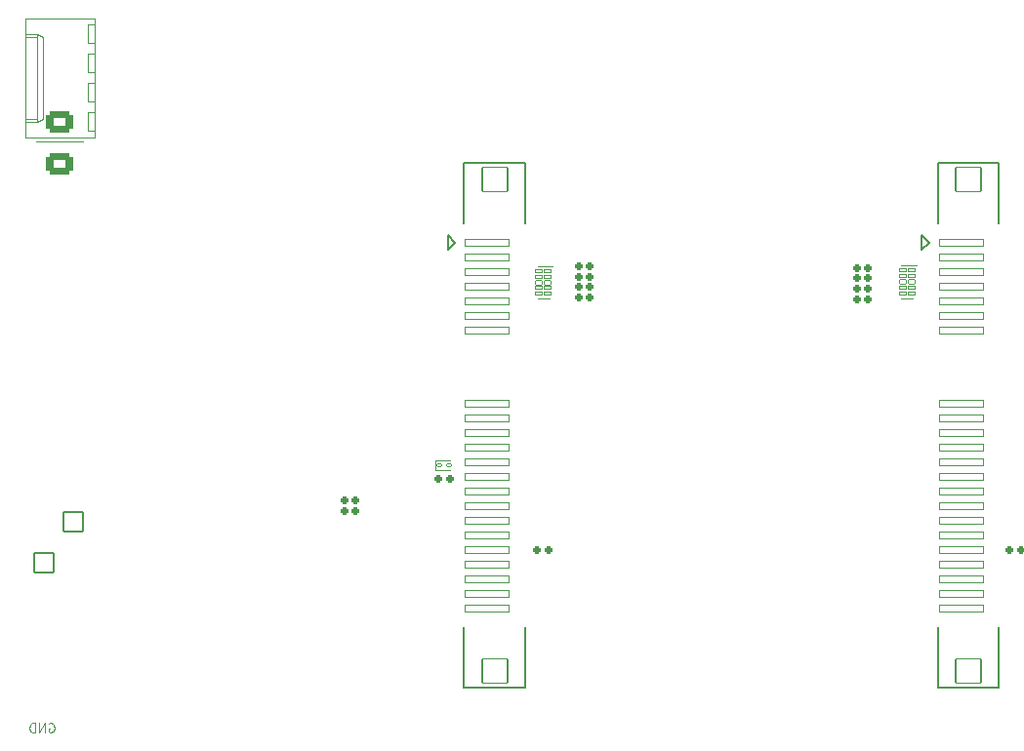
<source format=gbo>
%TF.GenerationSoftware,KiCad,Pcbnew,(5.99.0-12650-g5c402a64ab)*%
%TF.CreationDate,2021-10-24T00:02:36+01:00*%
%TF.ProjectId,Pintry-X2,50696e74-7279-42d5-9832-2e6b69636164,rev?*%
%TF.SameCoordinates,Original*%
%TF.FileFunction,Legend,Bot*%
%TF.FilePolarity,Positive*%
%FSLAX46Y46*%
G04 Gerber Fmt 4.6, Leading zero omitted, Abs format (unit mm)*
G04 Created by KiCad (PCBNEW (5.99.0-12650-g5c402a64ab)) date 2021-10-24 00:02:36*
%MOMM*%
%LPD*%
G01*
G04 APERTURE LIST*
G04 Aperture macros list*
%AMRoundRect*
0 Rectangle with rounded corners*
0 $1 Rounding radius*
0 $2 $3 $4 $5 $6 $7 $8 $9 X,Y pos of 4 corners*
0 Add a 4 corners polygon primitive as box body*
4,1,4,$2,$3,$4,$5,$6,$7,$8,$9,$2,$3,0*
0 Add four circle primitives for the rounded corners*
1,1,$1+$1,$2,$3*
1,1,$1+$1,$4,$5*
1,1,$1+$1,$6,$7*
1,1,$1+$1,$8,$9*
0 Add four rect primitives between the rounded corners*
20,1,$1+$1,$2,$3,$4,$5,0*
20,1,$1+$1,$4,$5,$6,$7,0*
20,1,$1+$1,$6,$7,$8,$9,0*
20,1,$1+$1,$8,$9,$2,$3,0*%
G04 Aperture macros list end*
%ADD10C,0.120000*%
%ADD11C,0.150000*%
%ADD12RoundRect,0.300000X-1.125000X-1.125000X1.125000X-1.125000X1.125000X1.125000X-1.125000X1.125000X0*%
%ADD13C,2.850000*%
%ADD14C,7.000000*%
%ADD15O,1.450000X1.800000*%
%ADD16O,1.200000X1.600000*%
%ADD17C,2.200000*%
%ADD18C,1.850000*%
%ADD19RoundRect,0.050000X0.850000X0.850000X-0.850000X0.850000X-0.850000X-0.850000X0.850000X-0.850000X0*%
%ADD20O,1.800000X1.800000*%
%ADD21C,6.100000*%
%ADD22C,3.350000*%
%ADD23RoundRect,0.050000X-0.800000X-0.800000X0.800000X-0.800000X0.800000X0.800000X-0.800000X0.800000X0*%
%ADD24C,1.700000*%
%ADD25C,2.100000*%
%ADD26C,2.800000*%
%ADD27O,4.600000X2.100000*%
%ADD28O,4.100000X2.100000*%
%ADD29O,1.900000X3.600000*%
%ADD30RoundRect,0.300000X-0.845000X0.620000X-0.845000X-0.620000X0.845000X-0.620000X0.845000X0.620000X0*%
%ADD31O,2.290000X1.840000*%
%ADD32RoundRect,0.050000X-0.850000X-0.850000X0.850000X-0.850000X0.850000X0.850000X-0.850000X0.850000X0*%
%ADD33RoundRect,0.050000X0.800000X-0.800000X0.800000X0.800000X-0.800000X0.800000X-0.800000X-0.800000X0*%
%ADD34C,2.250000*%
%ADD35RoundRect,0.050000X-1.100000X1.050000X-1.100000X-1.050000X1.100000X-1.050000X1.100000X1.050000X0*%
%ADD36RoundRect,0.050000X-1.900000X0.300000X-1.900000X-0.300000X1.900000X-0.300000X1.900000X0.300000X0*%
%ADD37C,2.000000*%
%ADD38RoundRect,0.190000X0.140000X0.170000X-0.140000X0.170000X-0.140000X-0.170000X0.140000X-0.170000X0*%
%ADD39RoundRect,0.190000X-0.140000X-0.170000X0.140000X-0.170000X0.140000X0.170000X-0.140000X0.170000X0*%
%ADD40RoundRect,0.050000X-0.275000X0.150000X-0.275000X-0.150000X0.275000X-0.150000X0.275000X0.150000X0*%
%ADD41RoundRect,0.050000X-0.275000X0.200000X-0.275000X-0.200000X0.275000X-0.200000X0.275000X0.200000X0*%
%ADD42RoundRect,0.050000X0.180000X0.125000X-0.180000X0.125000X-0.180000X-0.125000X0.180000X-0.125000X0*%
%ADD43C,1.100000*%
%ADD44RoundRect,0.300000X0.845000X-0.620000X0.845000X0.620000X-0.845000X0.620000X-0.845000X-0.620000X0*%
%ADD45RoundRect,0.185000X-0.135000X-0.185000X0.135000X-0.185000X0.135000X0.185000X-0.135000X0.185000X0*%
G04 APERTURE END LIST*
D10*
%TO.C,TP15*%
X74709523Y-185900000D02*
X74785714Y-185861904D01*
X74900000Y-185861904D01*
X75014285Y-185900000D01*
X75090476Y-185976190D01*
X75128571Y-186052380D01*
X75166666Y-186204761D01*
X75166666Y-186319047D01*
X75128571Y-186471428D01*
X75090476Y-186547619D01*
X75014285Y-186623809D01*
X74900000Y-186661904D01*
X74823809Y-186661904D01*
X74709523Y-186623809D01*
X74671428Y-186585714D01*
X74671428Y-186319047D01*
X74823809Y-186319047D01*
X74328571Y-186661904D02*
X74328571Y-185861904D01*
X73871428Y-186661904D01*
X73871428Y-185861904D01*
X73490476Y-186661904D02*
X73490476Y-185861904D01*
X73300000Y-185861904D01*
X73185714Y-185900000D01*
X73109523Y-185976190D01*
X73071428Y-186052380D01*
X73033333Y-186204761D01*
X73033333Y-186319047D01*
X73071428Y-186471428D01*
X73109523Y-186547619D01*
X73185714Y-186623809D01*
X73300000Y-186661904D01*
X73490476Y-186661904D01*
D11*
%TO.C,J10*%
X151800000Y-142500000D02*
X151800000Y-137250000D01*
X150425000Y-143490000D02*
X151060000Y-144125000D01*
X151060000Y-144125000D02*
X150425000Y-144760000D01*
X157100000Y-182750000D02*
X151800000Y-182750000D01*
X157100000Y-137250000D02*
X157100000Y-142500000D01*
X150425000Y-144760000D02*
X150425000Y-143490000D01*
X151800000Y-137250000D02*
X157100000Y-137250000D01*
X157100000Y-177500000D02*
X157100000Y-182750000D01*
X151800000Y-182750000D02*
X151800000Y-177500000D01*
%TO.C,J9*%
X110700000Y-137250000D02*
X116000000Y-137250000D01*
X116000000Y-137250000D02*
X116000000Y-142500000D01*
X109325000Y-144760000D02*
X109325000Y-143490000D01*
X110700000Y-182750000D02*
X110700000Y-177500000D01*
X116000000Y-182750000D02*
X110700000Y-182750000D01*
X109960000Y-144125000D02*
X109325000Y-144760000D01*
X109325000Y-143490000D02*
X109960000Y-144125000D01*
X116000000Y-177500000D02*
X116000000Y-182750000D01*
X110700000Y-142500000D02*
X110700000Y-137250000D01*
D10*
%TO.C,U11*%
X117100000Y-146200000D02*
X118400000Y-146200000D01*
X117100000Y-149000000D02*
X118100000Y-149000000D01*
%TO.C,U12*%
X148650000Y-146150000D02*
X149950000Y-146150000D01*
X148650000Y-148950000D02*
X149650000Y-148950000D01*
%TO.C,D20*%
X109500000Y-163050000D02*
X108200000Y-163050000D01*
X109500000Y-163850000D02*
X108200000Y-163850000D01*
X108200000Y-163850000D02*
X108200000Y-163050000D01*
%TO.C,J7*%
X78060000Y-130320000D02*
X78660000Y-130320000D01*
X78660000Y-131920000D02*
X78060000Y-131920000D01*
X78060000Y-126840000D02*
X78060000Y-125240000D01*
X78060000Y-134460000D02*
X78060000Y-132860000D01*
X78660000Y-135040000D02*
X72640000Y-135040000D01*
X72640000Y-133410000D02*
X73640000Y-133410000D01*
X73640000Y-133660000D02*
X74170000Y-133410000D01*
X78060000Y-131920000D02*
X78060000Y-130320000D01*
X72640000Y-135040000D02*
X72640000Y-124660000D01*
X78060000Y-129380000D02*
X78060000Y-127780000D01*
X78060000Y-132860000D02*
X78660000Y-132860000D01*
X72640000Y-126290000D02*
X73640000Y-126290000D01*
X78660000Y-126840000D02*
X78060000Y-126840000D01*
X74170000Y-126290000D02*
X73640000Y-126040000D01*
X78060000Y-125240000D02*
X78660000Y-125240000D01*
X78660000Y-134460000D02*
X78060000Y-134460000D01*
X78660000Y-129380000D02*
X78060000Y-129380000D01*
X72640000Y-124660000D02*
X78660000Y-124660000D01*
X78060000Y-127780000D02*
X78660000Y-127780000D01*
X77630000Y-135330000D02*
X73630000Y-135330000D01*
X72640000Y-133660000D02*
X73640000Y-133660000D01*
X73640000Y-126040000D02*
X72640000Y-126040000D01*
X73640000Y-133660000D02*
X73640000Y-126040000D01*
X74170000Y-133410000D02*
X74170000Y-126290000D01*
X78660000Y-124660000D02*
X78660000Y-135040000D01*
%TD*%
%LPC*%
D12*
%TO.C,J12*%
X152050000Y-197250000D03*
D13*
X157450000Y-197250000D03*
%TD*%
D14*
%TO.C,H3*%
X166500000Y-113500000D03*
%TD*%
D15*
%TO.C,J1*%
X117085000Y-208315000D03*
X122545000Y-208315000D03*
D16*
X122235000Y-205315000D03*
X117395000Y-205315000D03*
%TD*%
D17*
%TO.C,SW1*%
X137825000Y-204577500D03*
X144835000Y-204577500D03*
D18*
X143585000Y-207067500D03*
X139085000Y-207067500D03*
%TD*%
D14*
%TO.C,H4*%
X73500000Y-113500000D03*
%TD*%
%TO.C,H2*%
X73500000Y-206500000D03*
%TD*%
%TO.C,H1*%
X166500000Y-206500000D03*
%TD*%
D19*
%TO.C,J6*%
X76775000Y-168375000D03*
D20*
X74235000Y-168375000D03*
X76775000Y-165835000D03*
X74235000Y-165835000D03*
X76775000Y-163295000D03*
X74235000Y-163295000D03*
X76775000Y-160755000D03*
X74235000Y-160755000D03*
X76775000Y-158215000D03*
X74235000Y-158215000D03*
%TD*%
D21*
%TO.C,Module1*%
X130700000Y-133600000D03*
X97700000Y-181600000D03*
X97700000Y-133600000D03*
X130700000Y-181600000D03*
%TD*%
D22*
%TO.C,J3*%
X92815000Y-198925000D03*
X81385000Y-198925000D03*
D23*
X81385000Y-190035000D03*
D24*
X82655000Y-192575000D03*
X83925000Y-190035000D03*
X85195000Y-192575000D03*
X86465000Y-190035000D03*
X87735000Y-192575000D03*
X89005000Y-190035000D03*
X90275000Y-192575000D03*
X91545000Y-190035000D03*
X92815000Y-192575000D03*
D25*
X80455000Y-202985000D03*
X83005000Y-202985000D03*
X91205000Y-202985000D03*
X93755000Y-202985000D03*
D26*
X94955000Y-195875000D03*
X79245000Y-195875000D03*
%TD*%
D27*
%TO.C,J11*%
X154700000Y-200550000D03*
D28*
X154700000Y-206450000D03*
D29*
X159400000Y-203350000D03*
%TD*%
D30*
%TO.C,J8*%
X75650000Y-137300000D03*
D31*
X75650000Y-139840000D03*
X75650000Y-142380000D03*
X75650000Y-144920000D03*
%TD*%
D32*
%TO.C,J5*%
X74250000Y-171960000D03*
D20*
X74250000Y-174500000D03*
X74250000Y-177040000D03*
%TD*%
D33*
%TO.C,J2*%
X129790000Y-198930000D03*
D24*
X129790000Y-196930000D03*
X129790000Y-194930000D03*
X129790000Y-192930000D03*
D34*
X132510000Y-192660000D03*
X127070000Y-192660000D03*
X127070000Y-199660000D03*
X132510000Y-199660000D03*
%TD*%
D25*
%TO.C,J10*%
X154750000Y-178400000D03*
X154750000Y-141600000D03*
D35*
X154450000Y-138650000D03*
X154450000Y-181350000D03*
D36*
X153850000Y-158095000D03*
X153850000Y-159365000D03*
X153850000Y-160635000D03*
X153850000Y-161905000D03*
X153850000Y-163175000D03*
X153850000Y-164445000D03*
X153850000Y-165715000D03*
X153850000Y-166985000D03*
X153850000Y-168255000D03*
X153850000Y-169525000D03*
X153850000Y-170795000D03*
X153850000Y-172065000D03*
X153850000Y-173335000D03*
X153850000Y-174605000D03*
X153850000Y-175875000D03*
X153850000Y-144125000D03*
X153850000Y-145395000D03*
X153850000Y-146665000D03*
X153850000Y-147935000D03*
X153850000Y-149205000D03*
X153850000Y-150475000D03*
X153850000Y-151745000D03*
%TD*%
D37*
%TO.C,FID6*%
X73500000Y-120000000D03*
%TD*%
D38*
%TO.C,C48*%
X121600000Y-148900000D03*
X120640000Y-148900000D03*
%TD*%
%TO.C,C47*%
X121600000Y-148000000D03*
X120640000Y-148000000D03*
%TD*%
D39*
%TO.C,C53*%
X144770000Y-148150000D03*
X145730000Y-148150000D03*
%TD*%
%TO.C,C52*%
X144770000Y-147250000D03*
X145730000Y-147250000D03*
%TD*%
D25*
%TO.C,J9*%
X113650000Y-178400000D03*
X113650000Y-141600000D03*
D35*
X113350000Y-138650000D03*
X113350000Y-181350000D03*
D36*
X112750000Y-158095000D03*
X112750000Y-159365000D03*
X112750000Y-160635000D03*
X112750000Y-161905000D03*
X112750000Y-163175000D03*
X112750000Y-164445000D03*
X112750000Y-165715000D03*
X112750000Y-166985000D03*
X112750000Y-168255000D03*
X112750000Y-169525000D03*
X112750000Y-170795000D03*
X112750000Y-172065000D03*
X112750000Y-173335000D03*
X112750000Y-174605000D03*
X112750000Y-175875000D03*
X112750000Y-144125000D03*
X112750000Y-145395000D03*
X112750000Y-146665000D03*
X112750000Y-147935000D03*
X112750000Y-149205000D03*
X112750000Y-150475000D03*
X112750000Y-151745000D03*
%TD*%
D40*
%TO.C,U11*%
X117985000Y-146600000D03*
X117985000Y-147100000D03*
D41*
X117985000Y-147600000D03*
D40*
X117985000Y-148100000D03*
X117985000Y-148600000D03*
X117215000Y-148600000D03*
X117215000Y-148100000D03*
D41*
X117215000Y-147600000D03*
D40*
X117215000Y-147100000D03*
X117215000Y-146600000D03*
%TD*%
%TO.C,U12*%
X149535000Y-146550000D03*
X149535000Y-147050000D03*
D41*
X149535000Y-147550000D03*
D40*
X149535000Y-148050000D03*
X149535000Y-148550000D03*
X148765000Y-148550000D03*
X148765000Y-148050000D03*
D41*
X148765000Y-147550000D03*
D40*
X148765000Y-147050000D03*
X148765000Y-146550000D03*
%TD*%
D38*
%TO.C,C45*%
X121600000Y-146200000D03*
X120640000Y-146200000D03*
%TD*%
D42*
%TO.C,D20*%
X108580000Y-163450000D03*
X109420000Y-163450000D03*
%TD*%
D37*
%TO.C,FID2*%
X73500000Y-200000000D03*
%TD*%
D39*
%TO.C,C54*%
X144770000Y-149050000D03*
X145730000Y-149050000D03*
%TD*%
D43*
%TO.C,TP15*%
X74100000Y-184900000D03*
%TD*%
D39*
%TO.C,C41*%
X108520000Y-164625000D03*
X109480000Y-164625000D03*
%TD*%
D44*
%TO.C,J7*%
X75630000Y-133660000D03*
D31*
X75630000Y-131120000D03*
X75630000Y-128580000D03*
X75630000Y-126040000D03*
%TD*%
D39*
%TO.C,C1*%
X100320000Y-166500000D03*
X101280000Y-166500000D03*
%TD*%
D38*
%TO.C,C46*%
X121600000Y-147100000D03*
X120640000Y-147100000D03*
%TD*%
D45*
%TO.C,R34*%
X158040000Y-170800000D03*
X159060000Y-170800000D03*
%TD*%
%TO.C,R33*%
X116990000Y-170800000D03*
X118010000Y-170800000D03*
%TD*%
D39*
%TO.C,C3*%
X100320000Y-167450000D03*
X101280000Y-167450000D03*
%TD*%
%TO.C,C51*%
X144770000Y-146350000D03*
X145730000Y-146350000D03*
%TD*%
D37*
%TO.C,FID4*%
X166500000Y-120000000D03*
%TD*%
M02*

</source>
